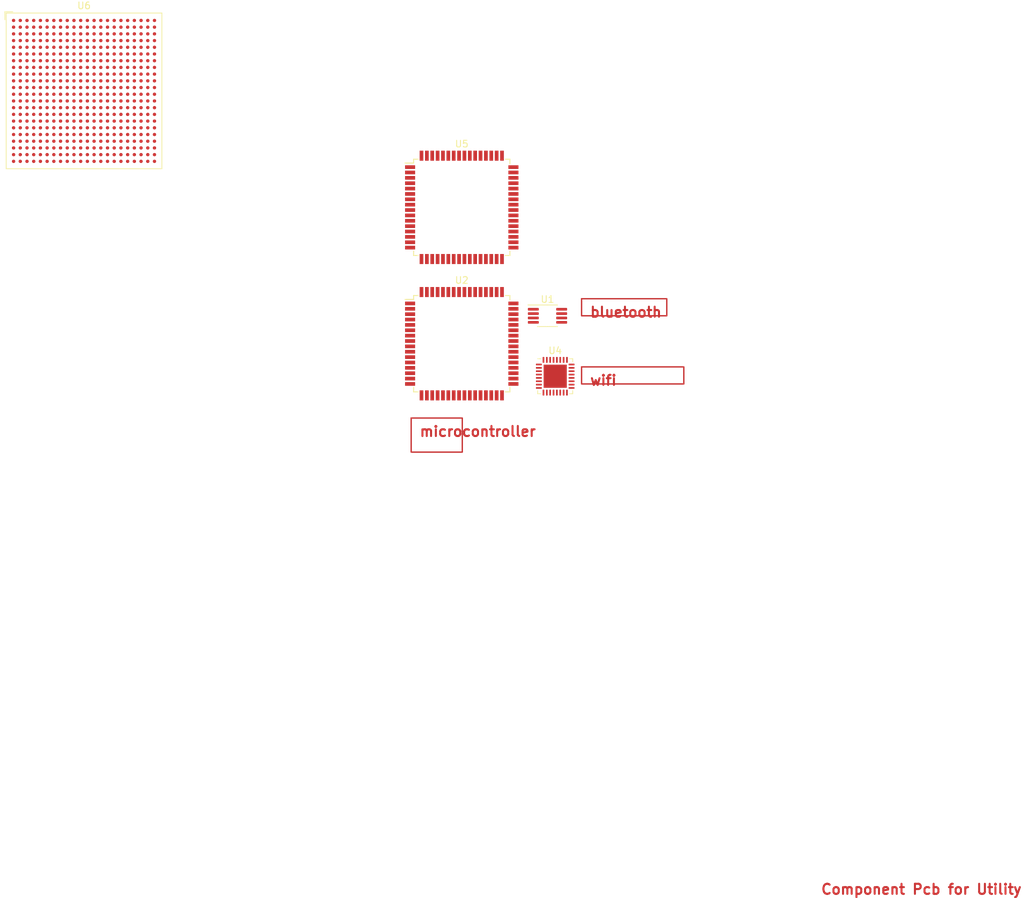
<source format=kicad_pcb>
(kicad_pcb (version 20221018) (generator pcbnew)
  (layers (0 "F.Cu" signal) (31 "B.Cu" signal) (34 "B.Paste" user) (35 "F.Paste" user) (36 "B.SilkS" user "B.Silkscreen") (37 "F.SilkS" user "F.Silkscreen") (38 "B.Mask" user) (39 "F.Mask" user) (44 "Edge.Cuts" user))
  (net 0 "")
  (net 2 "+15V")
  (net 5 "+5V")
  (net 7 "GND")
  (net 22 "Net-(U2-VCC-Pad15)")
  (net 109 "Net-(U5-GND-Pad14)")
  (net 110 "Net-(U5-VCC-Pad15)")
  (net 151 "Net-(U6F-VSS-PadA1)")
  (net 181 "Net-(U6F-VDD-PadAA17)")
  (net 294 "Net-(U6F-DDR_VDDQ-PadG7)")
  (net 336 "Net-(U6F-IVSS-PadK15)")
  (net 337 "Net-(U6F-IVDD-PadK16)")
  (net 348 "Net-(U6F-DDR_VDDPLL-PadL9)")
  (net 459 "Net-(U6B-DDR_MEM_DM[5])")
  (net 460 "Net-(U6B-DDR_MEM_DM[0])")
  (net 461 "Net-(U6B-DDR_MEM_DM[2])")
  (net 462 "Net-(U6B-DDR_MEM_DM[3])")
  (net 463 "Net-(U6B-DDR_MEM_DM[1])")
  (net 464 "Net-(U6B-DDR_MEM_DM[4])")
  (net 465 "Net-(U6B-DDR_MEM_ADDR[14])")
  (net 466 "Net-(U6B-DDR_MEM_DM[6])")
  (footprint "Package_QFP:TQFP-64_14x14mm_P0.8mm" (layer "F.Cu") (at 126.92 87.98)
    (fp_text reference "U2")
    (fp_text value "ATxmega384D3-A")
  )
  (footprint "Package_SO:MSOP-8_3x3mm_P0.65mm" (layer "F.Cu") (at 139.7 83.82)
    (fp_text reference "U1")
    (fp_text value "ADC081C021CIMM")
  )
  (footprint "Package_BGA:BGA-484_23.0x23.0mm_Layout22x22_P1.0mm" (layer "F.Cu") (at 70.62 50.3)
    (fp_text reference "U6")
    (fp_text value "FU540-C000")
  )
  (footprint "Package_QFP:TQFP-64_14x14mm_P0.8mm" (layer "F.Cu") (at 126.92 67.66)
    (fp_text reference "U5")
    (fp_text value "ATxmega384D3-A")
  )
  (footprint "Package_DFN_QFN:QFN-32-1EP_5x5mm_P0.5mm_EP3.45x3.45mm" (layer "F.Cu") (at 140.85 92.83)
    (fp_text reference "U4")
    (fp_text value "ESP8266EX")
  )
  (gr_text "Component Pcb for Utility\n" (at 180.34 170.18) (layer "F.Cu") (effects (font (size 1.5 1.5) (thickness 0.3) bold) (justify left bottom)))
  (gr_text_box "microcontroller\n" (start 119.38 99.06) (end 127 104.14) (layer "F.Cu") (effects (font (size 1.5 1.5) (thickness 0.3) bold) (justify left top)) (stroke (width 0.2)))
  (gr_text_box "wifi\n" (start 144.78 91.44) (end 160.02 93.98) (layer "F.Cu") (effects (font (size 1.5 1.5) (thickness 0.3) bold) (justify left top)) (stroke (width 0.2)))
  (gr_text_box "bluetooth\n" (start 144.78 81.28) (end 157.48 83.82) (layer "F.Cu") (effects (font (size 1.5 1.5) (thickness 0.3) bold) (justify left top)) (stroke (width 0.2)))
)
</source>
